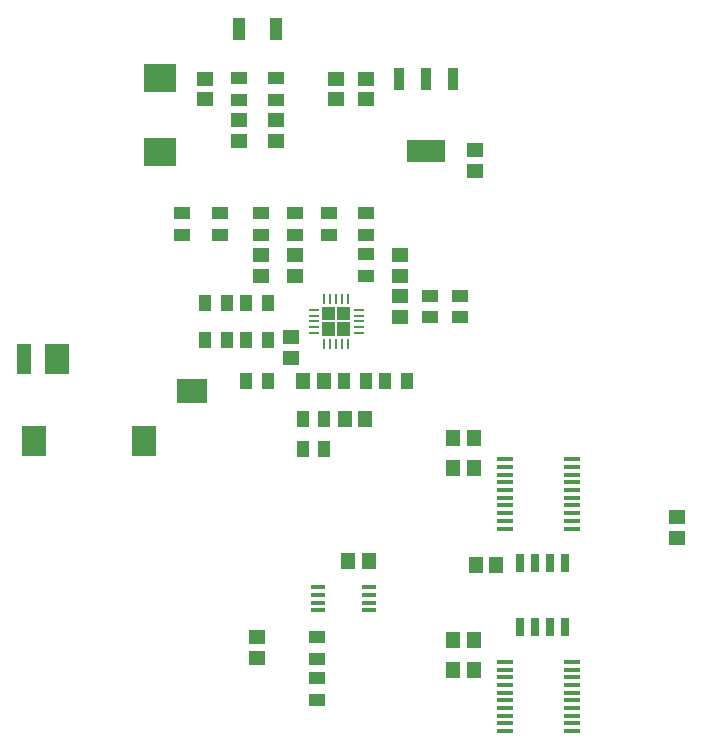
<source format=gbr>
G04 EAGLE Gerber RS-274X export*
G75*
%MOMM*%
%FSLAX34Y34*%
%LPD*%
%INSolderpaste Top*%
%IPPOS*%
%AMOC8*
5,1,8,0,0,1.08239X$1,22.5*%
G01*
G04 Define Apertures*
%ADD10R,2.800000X2.400000*%
%ADD11R,1.420200X1.031200*%
%ADD12R,1.465300X1.164600*%
%ADD13R,1.043100X1.910300*%
%ADD14R,0.897900X1.860300*%
%ADD15R,3.189100X1.860300*%
%ADD16R,0.900000X0.250000*%
%ADD17R,0.250000X0.900000*%
%ADD18R,1.031200X1.420200*%
%ADD19R,2.000000X2.500000*%
%ADD20R,2.500000X2.000000*%
%ADD21R,1.200000X2.500000*%
%ADD22R,1.164600X1.465300*%
%ADD23R,0.650000X1.525000*%
%ADD24R,1.200000X0.450000*%
%ADD25R,1.462000X0.354800*%
G36*
X278527Y380127D02*
X278527Y368873D01*
X267273Y368873D01*
X267273Y380127D01*
X278527Y380127D01*
G37*
G36*
X278527Y393127D02*
X278527Y381873D01*
X267273Y381873D01*
X267273Y393127D01*
X278527Y393127D01*
G37*
G36*
X291527Y380127D02*
X291527Y368873D01*
X280273Y368873D01*
X280273Y380127D01*
X291527Y380127D01*
G37*
G36*
X291527Y393127D02*
X291527Y381873D01*
X280273Y381873D01*
X280273Y393127D01*
X291527Y393127D01*
G37*
D10*
X130175Y587125D03*
X130175Y524125D03*
D11*
X196850Y568655D03*
X196850Y587045D03*
X228600Y568655D03*
X228600Y587045D03*
D12*
X168275Y586604D03*
X168275Y569096D03*
X196850Y551679D03*
X196850Y534171D03*
X228600Y551679D03*
X228600Y534171D03*
D11*
X263525Y95580D03*
X263525Y113970D03*
X263525Y60655D03*
X263525Y79045D03*
D12*
X212725Y113529D03*
X212725Y96021D03*
D13*
X196889Y628650D03*
X228561Y628650D03*
D14*
X378600Y586477D03*
X355600Y586477D03*
X332600Y586477D03*
D15*
X355600Y524977D03*
D16*
X260400Y391000D03*
X260400Y386000D03*
X260400Y381000D03*
X260400Y376000D03*
X260400Y371000D03*
D17*
X269400Y362000D03*
X274400Y362000D03*
X279400Y362000D03*
X284400Y362000D03*
X289400Y362000D03*
D16*
X298400Y371000D03*
X298400Y376000D03*
X298400Y381000D03*
X298400Y386000D03*
X298400Y391000D03*
D17*
X289400Y400000D03*
X284400Y400000D03*
X279400Y400000D03*
X274400Y400000D03*
X269400Y400000D03*
D18*
X221920Y396875D03*
X203530Y396875D03*
D12*
X241300Y350021D03*
X241300Y367529D03*
D19*
X24000Y279825D03*
X117000Y279825D03*
X43000Y348825D03*
D20*
X157500Y321825D03*
D21*
X15000Y348825D03*
D18*
X221920Y365125D03*
X203530Y365125D03*
X168605Y396875D03*
X186995Y396875D03*
X168605Y365125D03*
X186995Y365125D03*
D11*
X149225Y472745D03*
X149225Y454355D03*
X180975Y472745D03*
X180975Y454355D03*
D18*
X221920Y330200D03*
X203530Y330200D03*
D12*
X244475Y437379D03*
X244475Y419871D03*
D18*
X251155Y298450D03*
X269545Y298450D03*
D22*
X269104Y330200D03*
X251596Y330200D03*
D18*
X251155Y273050D03*
X269545Y273050D03*
X286080Y330200D03*
X304470Y330200D03*
X321005Y330200D03*
X339395Y330200D03*
D22*
X304029Y298450D03*
X286521Y298450D03*
D11*
X244475Y454355D03*
X244475Y472745D03*
X273050Y454355D03*
X273050Y472745D03*
X216227Y472745D03*
X216227Y454355D03*
D12*
X215900Y419871D03*
X215900Y437379D03*
D11*
X304800Y472745D03*
X304800Y454355D03*
X304800Y437820D03*
X304800Y419430D03*
X358775Y402895D03*
X358775Y384505D03*
X384175Y384505D03*
X384175Y402895D03*
D12*
X333375Y419871D03*
X333375Y437379D03*
X333375Y384946D03*
X333375Y402454D03*
D22*
X378596Y111125D03*
X396104Y111125D03*
X378596Y85725D03*
X396104Y85725D03*
D23*
X434975Y122105D03*
X447675Y122105D03*
X460375Y122105D03*
X473075Y122105D03*
X473075Y176345D03*
X460375Y176345D03*
X447675Y176345D03*
X434975Y176345D03*
D22*
X378596Y282575D03*
X396104Y282575D03*
X378596Y257175D03*
X396104Y257175D03*
D24*
X264000Y155800D03*
X264000Y149300D03*
X264000Y142800D03*
X264000Y136300D03*
X307500Y136300D03*
X307500Y142800D03*
X307500Y149300D03*
X307500Y155800D03*
D22*
X289696Y177800D03*
X307204Y177800D03*
D25*
X422656Y264200D03*
X422656Y257700D03*
X422656Y251200D03*
X422656Y244700D03*
X422656Y238200D03*
X422656Y231700D03*
X422656Y225200D03*
X422656Y218700D03*
X422656Y212200D03*
X422656Y205700D03*
X479044Y205700D03*
X479044Y212200D03*
X479044Y218700D03*
X479044Y225200D03*
X479044Y231700D03*
X479044Y238200D03*
X479044Y244700D03*
X479044Y251200D03*
X479044Y257700D03*
X479044Y264200D03*
X422656Y92750D03*
X422656Y86250D03*
X422656Y79750D03*
X422656Y73250D03*
X422656Y66750D03*
X422656Y60250D03*
X422656Y53750D03*
X422656Y47250D03*
X422656Y40750D03*
X422656Y34250D03*
X479044Y34250D03*
X479044Y40750D03*
X479044Y47250D03*
X479044Y53750D03*
X479044Y60250D03*
X479044Y66750D03*
X479044Y73250D03*
X479044Y79750D03*
X479044Y86250D03*
X479044Y92750D03*
D22*
X397646Y174625D03*
X415154Y174625D03*
D12*
X304800Y569096D03*
X304800Y586604D03*
X396875Y508771D03*
X396875Y526279D03*
X279400Y569096D03*
X279400Y586604D03*
X568325Y197621D03*
X568325Y215129D03*
M02*

</source>
